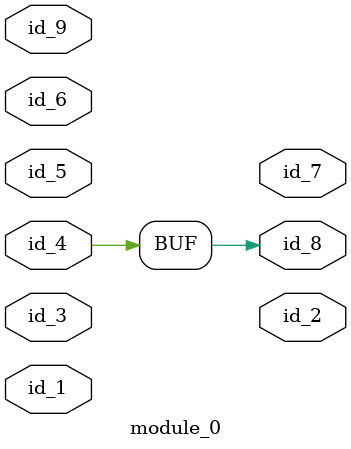
<source format=v>
module module_0 (
    id_1,
    id_2,
    id_3,
    id_4,
    id_5,
    id_6,
    id_7,
    id_8,
    id_9
);
  input id_9;
  output id_8;
  output id_7;
  input id_6;
  input id_5;
  input id_4;
  input id_3;
  output id_2;
  input id_1;
  generate
    assign id_8 = id_4;
  endgenerate
endmodule

</source>
